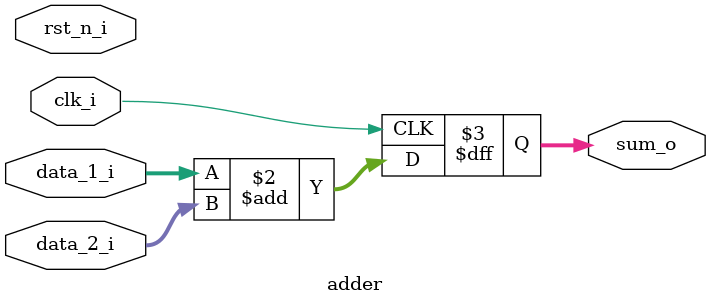
<source format=v>
   
`timescale 1ns / 1ps

module adder(
	clk_i,
	rst_n_i,

	data_1_i,
	data_2_i,
	sum_o
);


//----------------------------------------------------------------------------------------------------------------------
// Global constant and function headers
//----------------------------------------------------------------------------------------------------------------------

//----------------------------------------------------------------------------------------------------------------------
// parameter definitions
//----------------------------------------------------------------------------------------------------------------------

//----------------------------------------------------------------------------------------------------------------------
// localparam definitions
//----------------------------------------------------------------------------------------------------------------------

//----------------------------------------------------------------------------------------------------------------------
// I/O signals
//----------------------------------------------------------------------------------------------------------------------

	// System Clock Signals
	input 															clk_i;
	input 															rst_n_i;

	// Data Input Control Signals
	input 				[15:0] 									data_1_i;
	input 				[15:0] 									data_2_i;
	output 	reg		[16:0]									sum_o;

//----------------------------------------------------------------------------------------------------------------------
// Internal wires and registers
//----------------------------------------------------------------------------------------------------------------------

//----------------------------------------------------------------------------------------------------------------------
// Implmentation
//----------------------------------------------------------------------------------------------------------------------

	//assign sum_o = data_1_i + data_2_i;
	always @(posedge clk_i) begin 
		sum_o <= data_1_i + data_2_i;
	end

//----------------------------------------------------------------------------------------------------------------------
// Sub module instantiation
//----------------------------------------------------------------------------------------------------------------------

endmodule
</source>
